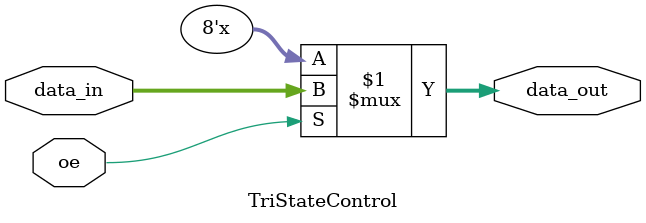
<source format=sv>
module TriStateOR(
    input        oe,     // 输出使能
    input  [7:0] a, b,
    output [7:0] y
);
    // 内部连线
    wire [7:0] logic_result;
    
    // 实例化逻辑运算子模块
    LogicOperation logic_op_inst (
        .a(a),
        .b(b),
        .result(logic_result)
    );
    
    // 实例化三态输出控制子模块
    TriStateControl tri_state_inst (
        .oe(oe),
        .data_in(logic_result),
        .data_out(y)
    );
endmodule

//SystemVerilog
module LogicOperation (
    input  [7:0] a, b,
    output [7:0] result
);
    // 实现逻辑或运算
    assign result = a | b;
endmodule

//SystemVerilog
module TriStateControl (
    input        oe,
    input  [7:0] data_in,
    output [7:0] data_out
);
    // 根据oe控制输出
    assign data_out = oe ? data_in : 8'bzzzzzzzz;
endmodule
</source>
